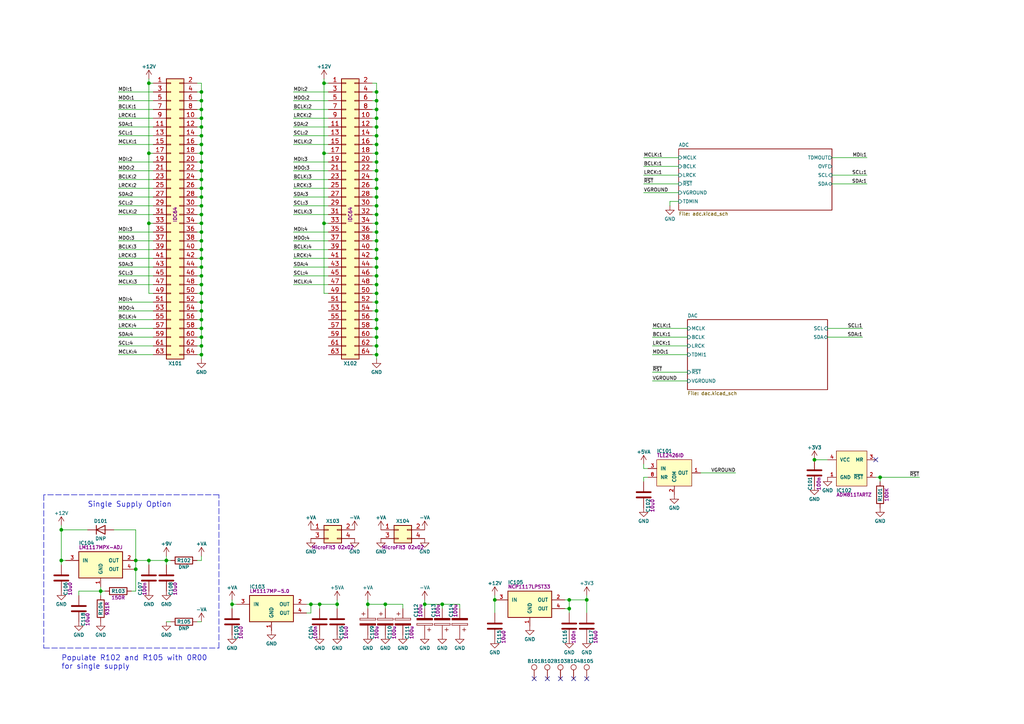
<source format=kicad_sch>
(kicad_sch (version 20211123) (generator eeschema)
  (paper "A4")
  (title_block (title "AnalogIO-x8") (date "29.4.2017") (rev "1.0.0") (company "auverdion"))
  (junction (at 90.17 175.26))
  (junction (at 109.22 92.71))
  (junction (at 43.18 64.77))
  (junction (at 58.42 49.53))
  (junction (at 58.42 102.87))
  (junction (at 109.22 69.85))
  (junction (at 109.22 100.33))
  (junction (at 58.42 44.45))
  (junction (at 39.37 165.1))
  (junction (at 109.22 31.75))
  (junction (at 58.42 62.23))
  (junction (at 123.19 175.26))
  (junction (at 92.71 175.26))
  (junction (at 109.22 67.31))
  (junction (at 29.21 171.45))
  (junction (at 58.42 67.31))
  (junction (at 58.42 52.07))
  (junction (at 93.98 44.45))
  (junction (at 109.22 57.15))
  (junction (at 109.22 102.87))
  (junction (at 58.42 100.33))
  (junction (at 58.42 59.69))
  (junction (at 109.22 41.91))
  (junction (at 58.42 69.85))
  (junction (at 255.27 138.43))
  (junction (at 109.22 39.37))
  (junction (at 58.42 26.67))
  (junction (at 109.22 80.01))
  (junction (at 58.42 90.17))
  (junction (at 109.22 85.09))
  (junction (at 165.1 176.53))
  (junction (at 58.42 95.25))
  (junction (at 106.68 175.26))
  (junction (at 43.18 24.13))
  (junction (at 58.42 72.39))
  (junction (at 109.22 46.99))
  (junction (at 58.42 36.83))
  (junction (at 67.31 175.26))
  (junction (at 109.22 29.21))
  (junction (at 58.42 29.21))
  (junction (at 58.42 97.79))
  (junction (at 109.22 49.53))
  (junction (at 109.22 44.45))
  (junction (at 109.22 82.55))
  (junction (at 109.22 97.79))
  (junction (at 58.42 80.01))
  (junction (at 58.42 85.09))
  (junction (at 93.98 64.77))
  (junction (at 109.22 34.29))
  (junction (at 39.37 162.56))
  (junction (at 58.42 77.47))
  (junction (at 109.22 90.17))
  (junction (at 58.42 87.63))
  (junction (at 48.26 162.56))
  (junction (at 58.42 64.77))
  (junction (at 109.22 72.39))
  (junction (at 58.42 57.15))
  (junction (at 109.22 64.77))
  (junction (at 17.78 153.67))
  (junction (at 58.42 31.75))
  (junction (at 128.27 175.26))
  (junction (at 109.22 54.61))
  (junction (at 109.22 52.07))
  (junction (at 58.42 82.55))
  (junction (at 143.51 173.99))
  (junction (at 109.22 87.63))
  (junction (at 236.22 133.35))
  (junction (at 109.22 62.23))
  (junction (at 58.42 34.29))
  (junction (at 58.42 39.37))
  (junction (at 170.18 173.99))
  (junction (at 165.1 173.99))
  (junction (at 58.42 92.71))
  (junction (at 97.79 175.26))
  (junction (at 43.18 162.56))
  (junction (at 58.42 54.61))
  (junction (at 109.22 36.83))
  (junction (at 109.22 95.25))
  (junction (at 109.22 26.67))
  (junction (at 58.42 46.99))
  (junction (at 17.78 162.56))
  (junction (at 93.98 24.13))
  (junction (at 58.42 74.93))
  (junction (at 109.22 59.69))
  (junction (at 109.22 74.93))
  (junction (at 58.42 41.91))
  (junction (at 43.18 44.45))
  (junction (at 111.76 175.26))
  (junction (at 109.22 77.47))
  (no_connect (at 154.94 196.85))
  (no_connect (at 166.37 196.85))
  (no_connect (at 254 133.35))
  (no_connect (at 158.75 196.85))
  (no_connect (at 162.56 196.85))
  (no_connect (at 170.18 196.85))
  (wire (pts (xy 57.15 24.13) (xy 58.42 24.13)))
  (wire (pts (xy 109.22 41.91) (xy 109.22 44.45)))
  (wire (pts (xy 109.22 97.79) (xy 109.22 100.33)))
  (wire (pts (xy 255.27 138.43) (xy 266.7 138.43)))
  (wire (pts (xy 95.25 74.93) (xy 85.09 74.93)))
  (wire (pts (xy 57.15 82.55) (xy 58.42 82.55)))
  (wire (pts (xy 58.42 74.93) (xy 58.42 77.47)))
  (wire (pts (xy 109.22 41.91) (xy 107.95 41.91)))
  (wire (pts (xy 199.39 97.79) (xy 189.23 97.79)))
  (wire (pts (xy 57.15 67.31) (xy 58.42 67.31)))
  (wire (pts (xy 29.21 171.45) (xy 30.48 171.45)))
  (wire (pts (xy 107.95 90.17) (xy 109.22 90.17)))
  (wire (pts (xy 44.45 31.75) (xy 34.29 31.75)))
  (wire (pts (xy 109.22 100.33) (xy 109.22 102.87)))
  (wire (pts (xy 58.42 44.45) (xy 58.42 46.99)))
  (wire (pts (xy 58.42 49.53) (xy 57.15 49.53)))
  (wire (pts (xy 58.42 92.71) (xy 58.42 95.25)))
  (wire (pts (xy 58.42 49.53) (xy 58.42 52.07)))
  (wire (pts (xy 58.42 62.23) (xy 58.42 64.77)))
  (wire (pts (xy 44.45 59.69) (xy 34.29 59.69)))
  (wire (pts (xy 109.22 34.29) (xy 109.22 36.83)))
  (wire (pts (xy 109.22 36.83) (xy 107.95 36.83)))
  (wire (pts (xy 109.22 59.69) (xy 109.22 62.23)))
  (wire (pts (xy 95.25 34.29) (xy 85.09 34.29)))
  (wire (pts (xy 109.22 49.53) (xy 109.22 52.07)))
  (wire (pts (xy 43.18 64.77) (xy 43.18 85.09)))
  (wire (pts (xy 95.25 49.53) (xy 85.09 49.53)))
  (wire (pts (xy 199.39 110.49) (xy 189.23 110.49)))
  (wire (pts (xy 111.76 175.26) (xy 111.76 176.53)))
  (wire (pts (xy 196.85 50.8) (xy 186.69 50.8)))
  (wire (pts (xy 107.95 67.31) (xy 109.22 67.31)))
  (wire (pts (xy 199.39 107.95) (xy 189.23 107.95)))
  (wire (pts (xy 58.42 77.47) (xy 58.42 80.01)))
  (wire (pts (xy 95.25 36.83) (xy 85.09 36.83)))
  (wire (pts (xy 187.96 138.43) (xy 186.69 138.43)))
  (wire (pts (xy 116.84 175.26) (xy 116.84 176.53)))
  (wire (pts (xy 199.39 95.25) (xy 189.23 95.25)))
  (wire (pts (xy 44.45 49.53) (xy 34.29 49.53)))
  (wire (pts (xy 39.37 153.67) (xy 39.37 162.56)))
  (wire (pts (xy 44.45 57.15) (xy 34.29 57.15)))
  (wire (pts (xy 106.68 173.99) (xy 106.68 175.26)))
  (wire (pts (xy 58.42 102.87) (xy 58.42 104.14)))
  (wire (pts (xy 57.15 80.01) (xy 58.42 80.01)))
  (wire (pts (xy 58.42 52.07) (xy 58.42 54.61)))
  (wire (pts (xy 34.29 36.83) (xy 44.45 36.83)))
  (wire (pts (xy 48.26 180.34) (xy 49.53 180.34)))
  (wire (pts (xy 17.78 162.56) (xy 17.78 163.83)))
  (wire (pts (xy 57.15 180.34) (xy 58.42 180.34)))
  (wire (pts (xy 57.15 74.93) (xy 58.42 74.93)))
  (wire (pts (xy 241.3 53.34) (xy 251.46 53.34)))
  (wire (pts (xy 109.22 95.25) (xy 109.22 97.79)))
  (wire (pts (xy 57.15 69.85) (xy 58.42 69.85)))
  (wire (pts (xy 196.85 48.26) (xy 186.69 48.26)))
  (wire (pts (xy 44.45 92.71) (xy 34.29 92.71)))
  (wire (pts (xy 67.31 173.99) (xy 67.31 175.26)))
  (wire (pts (xy 109.22 57.15) (xy 109.22 59.69)))
  (wire (pts (xy 186.69 138.43) (xy 186.69 139.7)))
  (wire (pts (xy 44.45 69.85) (xy 34.29 69.85)))
  (wire (pts (xy 58.42 85.09) (xy 58.42 87.63)))
  (wire (pts (xy 43.18 44.45) (xy 43.18 64.77)))
  (wire (pts (xy 240.03 95.25) (xy 250.19 95.25)))
  (wire (pts (xy 107.95 80.01) (xy 109.22 80.01)))
  (wire (pts (xy 109.22 46.99) (xy 109.22 49.53)))
  (wire (pts (xy 43.18 44.45) (xy 44.45 44.45)))
  (wire (pts (xy 95.25 54.61) (xy 85.09 54.61)))
  (wire (pts (xy 95.25 72.39) (xy 85.09 72.39)))
  (wire (pts (xy 58.42 26.67) (xy 58.42 29.21)))
  (wire (pts (xy 57.15 72.39) (xy 58.42 72.39)))
  (wire (pts (xy 123.19 175.26) (xy 123.19 176.53)))
  (wire (pts (xy 58.42 29.21) (xy 57.15 29.21)))
  (wire (pts (xy 58.42 31.75) (xy 57.15 31.75)))
  (wire (pts (xy 58.42 82.55) (xy 58.42 85.09)))
  (wire (pts (xy 58.42 57.15) (xy 58.42 59.69)))
  (wire (pts (xy 254 138.43) (xy 255.27 138.43)))
  (wire (pts (xy 57.15 95.25) (xy 58.42 95.25)))
  (wire (pts (xy 109.22 62.23) (xy 109.22 64.77)))
  (wire (pts (xy 109.22 82.55) (xy 109.22 85.09)))
  (wire (pts (xy 95.25 24.13) (xy 93.98 24.13)))
  (wire (pts (xy 58.42 34.29) (xy 57.15 34.29)))
  (wire (pts (xy 109.22 54.61) (xy 107.95 54.61)))
  (wire (pts (xy 123.19 173.99) (xy 123.19 175.26)))
  (wire (pts (xy 29.21 171.45) (xy 29.21 172.72)))
  (wire (pts (xy 109.22 64.77) (xy 109.22 67.31)))
  (wire (pts (xy 109.22 52.07) (xy 107.95 52.07)))
  (wire (pts (xy 44.45 82.55) (xy 34.29 82.55)))
  (wire (pts (xy 68.58 175.26) (xy 67.31 175.26)))
  (wire (pts (xy 128.27 175.26) (xy 133.35 175.26)))
  (wire (pts (xy 57.15 87.63) (xy 58.42 87.63)))
  (wire (pts (xy 58.42 52.07) (xy 57.15 52.07)))
  (wire (pts (xy 58.42 39.37) (xy 57.15 39.37)))
  (wire (pts (xy 107.95 77.47) (xy 109.22 77.47)))
  (wire (pts (xy 44.45 74.93) (xy 34.29 74.93)))
  (wire (pts (xy 109.22 26.67) (xy 109.22 29.21)))
  (polyline (pts (xy 63.5 187.96) (xy 63.5 143.51)))
  (wire (pts (xy 196.85 53.34) (xy 186.69 53.34)))
  (wire (pts (xy 58.42 64.77) (xy 57.15 64.77)))
  (wire (pts (xy 58.42 31.75) (xy 58.42 34.29)))
  (wire (pts (xy 58.42 80.01) (xy 58.42 82.55)))
  (wire (pts (xy 58.42 64.77) (xy 58.42 67.31)))
  (wire (pts (xy 58.42 87.63) (xy 58.42 90.17)))
  (wire (pts (xy 107.95 24.13) (xy 109.22 24.13)))
  (wire (pts (xy 57.15 97.79) (xy 58.42 97.79)))
  (wire (pts (xy 196.85 45.72) (xy 186.69 45.72)))
  (wire (pts (xy 44.45 24.13) (xy 43.18 24.13)))
  (wire (pts (xy 107.95 72.39) (xy 109.22 72.39)))
  (wire (pts (xy 58.42 54.61) (xy 57.15 54.61)))
  (wire (pts (xy 95.25 59.69) (xy 85.09 59.69)))
  (wire (pts (xy 109.22 44.45) (xy 109.22 46.99)))
  (wire (pts (xy 44.45 67.31) (xy 34.29 67.31)))
  (wire (pts (xy 58.42 41.91) (xy 57.15 41.91)))
  (wire (pts (xy 109.22 64.77) (xy 107.95 64.77)))
  (wire (pts (xy 95.25 67.31) (xy 85.09 67.31)))
  (wire (pts (xy 57.15 77.47) (xy 58.42 77.47)))
  (wire (pts (xy 58.42 95.25) (xy 58.42 97.79)))
  (wire (pts (xy 128.27 175.26) (xy 128.27 176.53)))
  (wire (pts (xy 34.29 39.37) (xy 44.45 39.37)))
  (wire (pts (xy 107.95 26.67) (xy 109.22 26.67)))
  (wire (pts (xy 58.42 41.91) (xy 58.42 44.45)))
  (wire (pts (xy 44.45 90.17) (xy 34.29 90.17)))
  (wire (pts (xy 58.42 59.69) (xy 57.15 59.69)))
  (wire (pts (xy 107.95 95.25) (xy 109.22 95.25)))
  (wire (pts (xy 44.45 102.87) (xy 34.29 102.87)))
  (wire (pts (xy 44.45 97.79) (xy 34.29 97.79)))
  (wire (pts (xy 107.95 82.55) (xy 109.22 82.55)))
  (wire (pts (xy 109.22 49.53) (xy 107.95 49.53)))
  (wire (pts (xy 17.78 153.67) (xy 17.78 162.56)))
  (wire (pts (xy 88.9 177.8) (xy 90.17 177.8)))
  (wire (pts (xy 44.45 46.99) (xy 34.29 46.99)))
  (wire (pts (xy 43.18 22.86) (xy 43.18 24.13)))
  (wire (pts (xy 44.45 26.67) (xy 34.29 26.67)))
  (wire (pts (xy 44.45 54.61) (xy 34.29 54.61)))
  (polyline (pts (xy 12.7 187.96) (xy 63.5 187.96)))
  (wire (pts (xy 186.69 135.89) (xy 186.69 134.62)))
  (wire (pts (xy 22.86 171.45) (xy 29.21 171.45)))
  (wire (pts (xy 58.42 36.83) (xy 57.15 36.83)))
  (wire (pts (xy 58.42 100.33) (xy 58.42 102.87)))
  (wire (pts (xy 58.42 24.13) (xy 58.42 26.67)))
  (wire (pts (xy 163.83 173.99) (xy 165.1 173.99)))
  (wire (pts (xy 107.95 100.33) (xy 109.22 100.33)))
  (wire (pts (xy 165.1 173.99) (xy 165.1 176.53)))
  (wire (pts (xy 240.03 133.35) (xy 236.22 133.35)))
  (wire (pts (xy 170.18 172.72) (xy 170.18 173.99)))
  (wire (pts (xy 67.31 175.26) (xy 67.31 176.53)))
  (wire (pts (xy 111.76 175.26) (xy 116.84 175.26)))
  (wire (pts (xy 44.45 87.63) (xy 34.29 87.63)))
  (wire (pts (xy 58.42 59.69) (xy 58.42 62.23)))
  (wire (pts (xy 57.15 162.56) (xy 58.42 162.56)))
  (wire (pts (xy 17.78 152.4) (xy 17.78 153.67)))
  (wire (pts (xy 109.22 52.07) (xy 109.22 54.61)))
  (wire (pts (xy 58.42 46.99) (xy 57.15 46.99)))
  (wire (pts (xy 58.42 162.56) (xy 58.42 161.29)))
  (wire (pts (xy 58.42 57.15) (xy 57.15 57.15)))
  (wire (pts (xy 44.45 52.07) (xy 34.29 52.07)))
  (wire (pts (xy 170.18 173.99) (xy 170.18 177.8)))
  (wire (pts (xy 196.85 55.88) (xy 186.69 55.88)))
  (wire (pts (xy 196.85 58.42) (xy 194.31 58.42)))
  (wire (pts (xy 90.17 177.8) (xy 90.17 175.26)))
  (wire (pts (xy 241.3 50.8) (xy 251.46 50.8)))
  (wire (pts (xy 58.42 67.31) (xy 58.42 69.85)))
  (wire (pts (xy 58.42 54.61) (xy 58.42 57.15)))
  (wire (pts (xy 43.18 24.13) (xy 43.18 44.45)))
  (wire (pts (xy 33.02 153.67) (xy 39.37 153.67)))
  (wire (pts (xy 39.37 171.45) (xy 38.1 171.45)))
  (wire (pts (xy 48.26 161.29) (xy 48.26 162.56)))
  (wire (pts (xy 109.22 29.21) (xy 109.22 31.75)))
  (wire (pts (xy 93.98 44.45) (xy 93.98 64.77)))
  (wire (pts (xy 109.22 44.45) (xy 107.95 44.45)))
  (wire (pts (xy 44.45 95.25) (xy 34.29 95.25)))
  (wire (pts (xy 93.98 64.77) (xy 95.25 64.77)))
  (wire (pts (xy 93.98 64.77) (xy 93.98 85.09)))
  (wire (pts (xy 34.29 41.91) (xy 44.45 41.91)))
  (wire (pts (xy 107.95 102.87) (xy 109.22 102.87)))
  (wire (pts (xy 97.79 173.99) (xy 97.79 175.26)))
  (wire (pts (xy 106.68 175.26) (xy 111.76 175.26)))
  (wire (pts (xy 241.3 45.72) (xy 251.46 45.72)))
  (wire (pts (xy 58.42 39.37) (xy 58.42 41.91)))
  (wire (pts (xy 109.22 77.47) (xy 109.22 80.01)))
  (wire (pts (xy 90.17 175.26) (xy 92.71 175.26)))
  (wire (pts (xy 109.22 29.21) (xy 107.95 29.21)))
  (wire (pts (xy 109.22 62.23) (xy 107.95 62.23)))
  (wire (pts (xy 123.19 175.26) (xy 128.27 175.26)))
  (wire (pts (xy 95.25 62.23) (xy 85.09 62.23)))
  (wire (pts (xy 57.15 26.67) (xy 58.42 26.67)))
  (wire (pts (xy 95.25 57.15) (xy 85.09 57.15)))
  (wire (pts (xy 109.22 46.99) (xy 107.95 46.99)))
  (wire (pts (xy 107.95 97.79) (xy 109.22 97.79)))
  (wire (pts (xy 143.51 173.99) (xy 143.51 177.8)))
  (wire (pts (xy 93.98 85.09) (xy 95.25 85.09)))
  (wire (pts (xy 109.22 80.01) (xy 109.22 82.55)))
  (wire (pts (xy 199.39 102.87) (xy 189.23 102.87)))
  (wire (pts (xy 58.42 36.83) (xy 58.42 39.37)))
  (wire (pts (xy 194.31 58.42) (xy 194.31 59.69)))
  (wire (pts (xy 199.39 100.33) (xy 189.23 100.33)))
  (wire (pts (xy 57.15 92.71) (xy 58.42 92.71)))
  (wire (pts (xy 165.1 173.99) (xy 170.18 173.99)))
  (wire (pts (xy 109.22 85.09) (xy 109.22 87.63)))
  (wire (pts (xy 109.22 90.17) (xy 109.22 92.71)))
  (wire (pts (xy 39.37 162.56) (xy 39.37 165.1)))
  (wire (pts (xy 57.15 100.33) (xy 58.42 100.33)))
  (wire (pts (xy 92.71 175.26) (xy 97.79 175.26)))
  (wire (pts (xy 58.42 29.21) (xy 58.42 31.75)))
  (wire (pts (xy 43.18 162.56) (xy 48.26 162.56)))
  (wire (pts (xy 95.25 77.47) (xy 85.09 77.47)))
  (polyline (pts (xy 63.5 143.51) (xy 12.7 143.51)))
  (wire (pts (xy 44.45 62.23) (xy 34.29 62.23)))
  (wire (pts (xy 44.45 77.47) (xy 34.29 77.47)))
  (wire (pts (xy 58.42 62.23) (xy 57.15 62.23)))
  (wire (pts (xy 109.22 59.69) (xy 107.95 59.69)))
  (wire (pts (xy 29.21 170.18) (xy 29.21 171.45)))
  (wire (pts (xy 109.22 57.15) (xy 107.95 57.15)))
  (wire (pts (xy 107.95 69.85) (xy 109.22 69.85)))
  (wire (pts (xy 58.42 72.39) (xy 58.42 74.93)))
  (wire (pts (xy 58.42 44.45) (xy 57.15 44.45)))
  (wire (pts (xy 95.25 69.85) (xy 85.09 69.85)))
  (wire (pts (xy 22.86 171.45) (xy 22.86 172.72)))
  (wire (pts (xy 25.4 153.67) (xy 17.78 153.67)))
  (wire (pts (xy 43.18 162.56) (xy 43.18 163.83)))
  (wire (pts (xy 44.45 80.01) (xy 34.29 80.01)))
  (wire (pts (xy 95.25 46.99) (xy 85.09 46.99)))
  (wire (pts (xy 107.95 87.63) (xy 109.22 87.63)))
  (wire (pts (xy 109.22 67.31) (xy 109.22 69.85)))
  (wire (pts (xy 109.22 92.71) (xy 109.22 95.25)))
  (wire (pts (xy 203.2 137.16) (xy 213.36 137.16)))
  (wire (pts (xy 88.9 175.26) (xy 90.17 175.26)))
  (wire (pts (xy 19.05 162.56) (xy 17.78 162.56)))
  (wire (pts (xy 95.25 29.21) (xy 85.09 29.21)))
  (wire (pts (xy 109.22 39.37) (xy 107.95 39.37)))
  (wire (pts (xy 39.37 162.56) (xy 43.18 162.56)))
  (wire (pts (xy 106.68 175.26) (xy 106.68 176.53)))
  (wire (pts (xy 109.22 87.63) (xy 109.22 90.17)))
  (wire (pts (xy 109.22 69.85) (xy 109.22 72.39)))
  (wire (pts (xy 57.15 90.17) (xy 58.42 90.17)))
  (wire (pts (xy 109.22 31.75) (xy 107.95 31.75)))
  (wire (pts (xy 95.25 39.37) (xy 85.09 39.37)))
  (wire (pts (xy 109.22 72.39) (xy 109.22 74.93)))
  (wire (pts (xy 95.25 31.75) (xy 85.09 31.75)))
  (wire (pts (xy 95.25 26.67) (xy 85.09 26.67)))
  (wire (pts (xy 93.98 24.13) (xy 93.98 44.45)))
  (wire (pts (xy 44.45 29.21) (xy 34.29 29.21)))
  (wire (pts (xy 165.1 176.53) (xy 165.1 177.8)))
  (wire (pts (xy 43.18 64.77) (xy 44.45 64.77)))
  (wire (pts (xy 43.18 85.09) (xy 44.45 85.09)))
  (wire (pts (xy 109.22 54.61) (xy 109.22 57.15)))
  (wire (pts (xy 95.25 52.07) (xy 85.09 52.07)))
  (wire (pts (xy 143.51 172.72) (xy 143.51 173.99)))
  (wire (pts (xy 109.22 36.83) (xy 109.22 39.37)))
  (wire (pts (xy 109.22 102.87) (xy 109.22 104.14)))
  (wire (pts (xy 255.27 138.43) (xy 255.27 139.7)))
  (wire (pts (xy 187.96 135.89) (xy 186.69 135.89)))
  (wire (pts (xy 93.98 22.86) (xy 93.98 24.13)))
  (wire (pts (xy 97.79 175.26) (xy 97.79 176.53)))
  (wire (pts (xy 58.42 69.85) (xy 58.42 72.39)))
  (wire (pts (xy 95.25 41.91) (xy 85.09 41.91)))
  (wire (pts (xy 109.22 31.75) (xy 109.22 34.29)))
  (wire (pts (xy 48.26 162.56) (xy 49.53 162.56)))
  (wire (pts (xy 58.42 34.29) (xy 58.42 36.83)))
  (wire (pts (xy 109.22 24.13) (xy 109.22 26.67)))
  (wire (pts (xy 107.95 74.93) (xy 109.22 74.93)))
  (wire (pts (xy 107.95 92.71) (xy 109.22 92.71)))
  (polyline (pts (xy 12.7 143.51) (xy 12.7 187.96)))
  (wire (pts (xy 163.83 176.53) (xy 165.1 176.53)))
  (wire (pts (xy 58.42 46.99) (xy 58.42 49.53)))
  (wire (pts (xy 92.71 175.26) (xy 92.71 176.53)))
  (wire (pts (xy 133.35 175.26) (xy 133.35 176.53)))
  (wire (pts (xy 95.25 80.01) (xy 85.09 80.01)))
  (wire (pts (xy 107.95 85.09) (xy 109.22 85.09)))
  (wire (pts (xy 58.42 90.17) (xy 58.42 92.71)))
  (wire (pts (xy 39.37 165.1) (xy 39.37 171.45)))
  (wire (pts (xy 240.03 97.79) (xy 250.19 97.79)))
  (wire (pts (xy 109.22 34.29) (xy 107.95 34.29)))
  (wire (pts (xy 93.98 44.45) (xy 95.25 44.45)))
  (wire (pts (xy 44.45 100.33) (xy 34.29 100.33)))
  (wire (pts (xy 109.22 39.37) (xy 109.22 41.91)))
  (wire (pts (xy 57.15 85.09) (xy 58.42 85.09)))
  (wire (pts (xy 109.22 74.93) (xy 109.22 77.47)))
  (wire (pts (xy 95.25 82.55) (xy 85.09 82.55)))
  (wire (pts (xy 44.45 34.29) (xy 34.29 34.29)))
  (wire (pts (xy 44.45 72.39) (xy 34.29 72.39)))
  (wire (pts (xy 58.42 97.79) (xy 58.42 100.33)))
  (wire (pts (xy 57.15 102.87) (xy 58.42 102.87)))
  (wire (pts (xy 48.26 162.56) (xy 48.26 163.83)))
  (text "Single Supply Option" (at 25.4 147.32 0) (effects (font (size 1.524 1.524)) (justify left bottom)))
  (text "Populate R102 and R105 with 0R00 \nfor single supply" (at 17.78 194.31 0) (effects (font (size 1.524 1.524)) (justify left bottom)))
  (label "~{RST}" (at 189.23 107.95 0) (effects (font (size 0.9906 0.9906))))
  (label "SCL:1" (at 250.19 95.25 180) (effects (font (size 0.9906 0.9906))))
  (label "MDI:2" (at 34.29 46.99 0) (effects (font (size 0.9906 0.9906))))
  (label "~{RST}" (at 266.7 138.43 180) (effects (font (size 0.9906 0.9906))))
  (label "MDI:3" (at 85.09 46.99 0) (effects (font (size 0.9906 0.9906))))
  (label "MDI:4" (at 34.29 87.63 0) (effects (font (size 0.9906 0.9906))))
  (label "BCLK:1" (at 186.69 48.26 0) (effects (font (size 0.9906 0.9906))))
  (label "MCLK:2" (at 85.09 41.91 0) (effects (font (size 0.9906 0.9906))))
  (label "LRCK:1" (at 34.29 34.29 0) (effects (font (size 0.9906 0.9906))))
  (label "VGROUND" (at 213.36 137.16 180) (effects (font (size 0.9906 0.9906))))
  (label "MCLK:1" (at 189.23 95.25 0) (effects (font (size 0.9906 0.9906))))
  (label "SCL:3" (at 85.09 59.69 0) (effects (font (size 0.9906 0.9906))))
  (label "LRCK:3" (at 85.09 54.61 0) (effects (font (size 0.9906 0.9906))))
  (label "MCLK:4" (at 34.29 102.87 0) (effects (font (size 0.9906 0.9906))))
  (label "LRCK:1" (at 186.69 50.8 0) (effects (font (size 0.9906 0.9906))))
  (label "BCLK:4" (at 85.09 72.39 0) (effects (font (size 0.9906 0.9906))))
  (label "BCLK:1" (at 34.29 31.75 0) (effects (font (size 0.9906 0.9906))))
  (label "BCLK:4" (at 34.29 92.71 0) (effects (font (size 0.9906 0.9906))))
  (label "VGROUND" (at 186.69 55.88 0) (effects (font (size 0.9906 0.9906))))
  (label "SDA:4" (at 34.29 97.79 0) (effects (font (size 0.9906 0.9906))))
  (label "MDO:3" (at 34.29 69.85 0) (effects (font (size 0.9906 0.9906))))
  (label "MDO:1" (at 34.29 29.21 0) (effects (font (size 0.9906 0.9906))))
  (label "BCLK:2" (at 85.09 31.75 0) (effects (font (size 0.9906 0.9906))))
  (label "SCL:4" (at 34.29 100.33 0) (effects (font (size 0.9906 0.9906))))
  (label "LRCK:3" (at 34.29 74.93 0) (effects (font (size 0.9906 0.9906))))
  (label "MDI:4" (at 85.09 67.31 0) (effects (font (size 0.9906 0.9906))))
  (label "BCLK:2" (at 34.29 52.07 0) (effects (font (size 0.9906 0.9906))))
  (label "~{RST}" (at 186.69 53.34 0) (effects (font (size 0.9906 0.9906))))
  (label "SCL:1" (at 34.29 39.37 0) (effects (font (size 0.9906 0.9906))))
  (label "LRCK:2" (at 34.29 54.61 0) (effects (font (size 0.9906 0.9906))))
  (label "LRCK:4" (at 85.09 74.93 0) (effects (font (size 0.9906 0.9906))))
  (label "SCL:3" (at 34.29 80.01 0) (effects (font (size 0.9906 0.9906))))
  (label "MDI:3" (at 34.29 67.31 0) (effects (font (size 0.9906 0.9906))))
  (label "MDO:2" (at 34.29 49.53 0) (effects (font (size 0.9906 0.9906))))
  (label "MDI:1" (at 34.29 26.67 0) (effects (font (size 0.9906 0.9906))))
  (label "BCLK:1" (at 189.23 97.79 0) (effects (font (size 0.9906 0.9906))))
  (label "SDA:1" (at 251.46 53.34 180) (effects (font (size 0.9906 0.9906))))
  (label "SCL:1" (at 251.46 50.8 180) (effects (font (size 0.9906 0.9906))))
  (label "MDO:1" (at 189.23 102.87 0) (effects (font (size 0.9906 0.9906))))
  (label "LRCK:4" (at 34.29 95.25 0) (effects (font (size 0.9906 0.9906))))
  (label "MDO:2" (at 85.09 29.21 0) (effects (font (size 0.9906 0.9906))))
  (label "SDA:2" (at 85.09 36.83 0) (effects (font (size 0.9906 0.9906))))
  (label "VGROUND" (at 189.23 110.49 0) (effects (font (size 0.9906 0.9906))))
  (label "MDI:2" (at 85.09 26.67 0) (effects (font (size 0.9906 0.9906))))
  (label "SDA:1" (at 250.19 97.79 180) (effects (font (size 0.9906 0.9906))))
  (label "SDA:3" (at 85.09 57.15 0) (effects (font (size 0.9906 0.9906))))
  (label "SDA:2" (at 34.29 57.15 0) (effects (font (size 0.9906 0.9906))))
  (label "SCL:4" (at 85.09 80.01 0) (effects (font (size 0.9906 0.9906))))
  (label "SCL:2" (at 85.09 39.37 0) (effects (font (size 0.9906 0.9906))))
  (label "MDI:1" (at 251.46 45.72 180) (effects (font (size 0.9906 0.9906))))
  (label "LRCK:1" (at 189.23 100.33 0) (effects (font (size 0.9906 0.9906))))
  (label "MCLK:1" (at 34.29 41.91 0) (effects (font (size 0.9906 0.9906))))
  (label "SDA:4" (at 85.09 77.47 0) (effects (font (size 0.9906 0.9906))))
  (label "BCLK:3" (at 85.09 52.07 0) (effects (font (size 0.9906 0.9906))))
  (label "LRCK:2" (at 85.09 34.29 0) (effects (font (size 0.9906 0.9906))))
  (label "MCLK:1" (at 186.69 45.72 0) (effects (font (size 0.9906 0.9906))))
  (label "MCLK:2" (at 34.29 62.23 0) (effects (font (size 0.9906 0.9906))))
  (label "SDA:1" (at 34.29 36.83 0) (effects (font (size 0.9906 0.9906))))
  (label "MDO:3" (at 85.09 49.53 0) (effects (font (size 0.9906 0.9906))))
  (label "MCLK:3" (at 85.09 62.23 0) (effects (font (size 0.9906 0.9906))))
  (label "MDO:4" (at 34.29 90.17 0) (effects (font (size 0.9906 0.9906))))
  (label "BCLK:3" (at 34.29 72.39 0) (effects (font (size 0.9906 0.9906))))
  (label "MDO:4" (at 85.09 69.85 0) (effects (font (size 0.9906 0.9906))))
  (label "MCLK:4" (at 85.09 82.55 0) (effects (font (size 0.9906 0.9906))))
  (label "SCL:2" (at 34.29 59.69 0) (effects (font (size 0.9906 0.9906))))
  (label "MCLK:3" (at 34.29 82.55 0) (effects (font (size 0.9906 0.9906))))
  (label "SDA:3" (at 34.29 77.47 0) (effects (font (size 0.9906 0.9906))))
  (symbol (lib_id "Connector:TestPoint") (at 154.94 196.85 0) (unit 1)
    (property "Reference" "B101" (at 154.94 191.77 0) (effects (font (size 0.9906 0.9906))))
    (property "Value" "TEST_1P" (effects hide))
    (property "Footprint" "AnalogIO-x8:MountingHole_3.2mm_M3_DIN965_Pad" (effects hide))
  )
  (symbol (lib_id "Connector:TestPoint") (at 158.75 196.85 0) (unit 1)
    (property "Reference" "B102" (at 158.75 191.77 0) (effects (font (size 0.9906 0.9906))))
    (property "Value" "TEST_1P" (effects hide))
    (property "Footprint" "AnalogIO-x8:MountingHole_3.2mm_M3_DIN965_Pad" (effects hide))
  )
  (symbol (lib_id "Connector:TestPoint") (at 162.56 196.85 0) (unit 1)
    (property "Reference" "B103" (at 162.56 191.77 0) (effects (font (size 0.9906 0.9906))))
    (property "Value" "TEST_1P" (effects hide))
    (property "Footprint" "AnalogIO-x8:MountingHole_3.2mm_M3_DIN965_Pad" (effects hide))
  )
  (symbol (lib_id "Connector:TestPoint") (at 166.37 196.85 0) (unit 1)
    (property "Reference" "B104" (at 166.37 191.77 0) (effects (font (size 0.9906 0.9906))))
    (property "Value" "TEST_1P" (effects hide))
    (property "Footprint" "AnalogIO-x8:MountingHole_3.2mm_M3_DIN965_Pad" (effects hide))
  )
  (symbol (lib_id "power:+3V3") (at 170.18 172.72 0) (unit 1)
    (property "Reference" "#PWR01" (effects hide))
    (property "Value" "+3V3" (at 170.18 169.164 0) (effects (font (size 0.9906 0.9906))))
  )
  (symbol (lib_id "power:GND") (at 170.18 185.42 0) (unit 1)
    (property "Reference" "#PWR02" (effects hide))
    (property "Value" "GND" (at 170.18 189.23 0) (effects (font (size 0.9906 0.9906))))
  )
  (symbol (lib_id "power:GND") (at 165.1 185.42 0) (unit 1)
    (property "Reference" "#PWR03" (effects hide))
    (property "Value" "GND" (at 165.1 189.23 0) (effects (font (size 0.9906 0.9906))))
  )
  (symbol (lib_id "power:GND") (at 153.67 181.61 0) (unit 1)
    (property "Reference" "#PWR04" (effects hide))
    (property "Value" "GND" (at 153.67 185.42 0) (effects (font (size 0.9906 0.9906))))
  )
  (symbol (lib_id "power:GND") (at 48.26 171.45 0) (unit 1)
    (property "Reference" "#PWR05" (effects hide))
    (property "Value" "GND" (at 48.26 175.26 0) (effects (font (size 0.9906 0.9906))))
  )
  (symbol (lib_id "power:GND") (at 43.18 171.45 0) (unit 1)
    (property "Reference" "#PWR06" (effects hide))
    (property "Value" "GND" (at 43.18 175.26 0) (effects (font (size 0.9906 0.9906))))
  )
  (symbol (lib_id "power:GND") (at 17.78 171.45 0) (unit 1)
    (property "Reference" "#PWR07" (effects hide))
    (property "Value" "GND" (at 17.78 175.26 0) (effects (font (size 0.9906 0.9906))))
  )
  (symbol (lib_id "power:+12V") (at 17.78 152.4 0) (unit 1)
    (property "Reference" "#PWR08" (effects hide))
    (property "Value" "+12V" (at 17.78 148.844 0) (effects (font (size 0.9906 0.9906))))
  )
  (symbol (lib_id "power:GND") (at 255.27 147.32 0) (unit 1)
    (property "Reference" "#PWR09" (effects hide))
    (property "Value" "GND" (at 255.27 151.13 0) (effects (font (size 0.9906 0.9906))))
  )
  (symbol (lib_id "power:+3V3") (at 236.22 133.35 0) (unit 1)
    (property "Reference" "#PWR010" (effects hide))
    (property "Value" "+3V3" (at 236.22 129.794 0) (effects (font (size 0.9906 0.9906))))
  )
  (symbol (lib_id "power:GND") (at 236.22 140.97 0) (unit 1)
    (property "Reference" "#PWR011" (effects hide))
    (property "Value" "GND" (at 236.22 144.78 0) (effects (font (size 0.9906 0.9906))))
  )
  (symbol (lib_id "power:GND") (at 240.03 138.43 0) (unit 1)
    (property "Reference" "#PWR012" (effects hide))
    (property "Value" "GND" (at 240.03 142.24 0) (effects (font (size 0.9906 0.9906))))
  )
  (symbol (lib_id "power:+12V") (at 143.51 172.72 0) (unit 1)
    (property "Reference" "#PWR013" (effects hide))
    (property "Value" "+12V" (at 143.51 169.164 0) (effects (font (size 0.9906 0.9906))))
  )
  (symbol (lib_id "power:GND") (at 143.51 185.42 0) (unit 1)
    (property "Reference" "#PWR014" (effects hide))
    (property "Value" "GND" (at 143.51 189.23 0) (effects (font (size 0.9906 0.9906))))
  )
  (symbol (lib_id "power:GND") (at 195.58 143.51 0) (unit 1)
    (property "Reference" "#PWR015" (effects hide))
    (property "Value" "GND" (at 195.58 147.32 0) (effects (font (size 0.9906 0.9906))))
  )
  (symbol (lib_id "power:GND") (at 186.69 147.32 0) (unit 1)
    (property "Reference" "#PWR016" (effects hide))
    (property "Value" "GND" (at 186.69 151.13 0) (effects (font (size 0.9906 0.9906))))
  )
  (symbol (lib_id "power:+5VA") (at 186.69 134.62 0) (unit 1)
    (property "Reference" "#PWR017" (effects hide))
    (property "Value" "+5VA" (at 186.69 131.064 0) (effects (font (size 0.9906 0.9906))))
  )
  (symbol (lib_id "power:GND") (at 22.86 180.34 0) (unit 1)
    (property "Reference" "#PWR018" (effects hide))
    (property "Value" "GND" (at 22.86 184.15 0) (effects (font (size 0.9906 0.9906))))
  )
  (symbol (lib_id "power:GND") (at 29.21 180.34 0) (unit 1)
    (property "Reference" "#PWR019" (effects hide))
    (property "Value" "GND" (at 29.21 184.15 0) (effects (font (size 0.9906 0.9906))))
  )
  (symbol (lib_id "power:GND") (at 194.31 59.69 0) (unit 1)
    (property "Reference" "#PWR020" (effects hide))
    (property "Value" "GND" (at 194.31 63.5 0) (effects (font (size 0.9906 0.9906))))
  )
  (symbol (lib_id "Device:R") (at 53.34 162.56 270) (unit 1)
    (property "Reference" "R102" (at 53.34 162.56 90) (effects (font (size 0.9906 0.9906))))
    (property "Value" "DNP" (at 53.34 164.465 90) (effects (font (size 0.9906 0.9906))))
    (property "Footprint" "Resistors_ThroughHole:Resistor_Horizontal_RM7mm" (effects hide))
  )
  (symbol (lib_id "AnalogIO-x8-rescue:+VA-rkdev") (at 58.42 161.29 0) (unit 1)
    (property "Reference" "#PWR027" (effects hide))
    (property "Value" "+VA" (at 58.42 157.734 0) (effects (font (size 0.9906 0.9906))))
  )
  (symbol (lib_id "Connector:TestPoint") (at 170.18 196.85 0) (unit 1)
    (property "Reference" "B105" (at 170.18 191.77 0) (effects (font (size 0.9906 0.9906))))
    (property "Value" "TEST_1P" (effects hide))
    (property "Footprint" "AnalogIO-x8:MountingHole_3.2mm_M3_DIN965_Pad" (effects hide))
  )
  (symbol (lib_id "power:+5VA") (at 97.79 173.99 0) (unit 1)
    (property "Reference" "#PWR021" (effects hide))
    (property "Value" "+5VA" (at 97.79 170.434 0) (effects (font (size 0.9906 0.9906))))
  )
  (symbol (lib_id "power:GND") (at 97.79 184.15 0) (unit 1)
    (property "Reference" "#PWR022" (effects hide))
    (property "Value" "GND" (at 97.79 187.96 0) (effects (font (size 0.9906 0.9906))))
  )
  (symbol (lib_id "power:GND") (at 92.71 184.15 0) (unit 1)
    (property "Reference" "#PWR023" (effects hide))
    (property "Value" "GND" (at 92.71 187.96 0) (effects (font (size 0.9906 0.9906))))
  )
  (symbol (lib_id "power:GND") (at 67.31 184.15 0) (unit 1)
    (property "Reference" "#PWR024" (effects hide))
    (property "Value" "GND" (at 67.31 187.96 0) (effects (font (size 0.9906 0.9906))))
  )
  (symbol (lib_id "power:GND") (at 78.74 182.88 0) (unit 1)
    (property "Reference" "#PWR025" (effects hide))
    (property "Value" "GND" (at 78.74 186.69 0) (effects (font (size 0.9906 0.9906))))
  )
  (symbol (lib_id "AnalogIO-x8-rescue:+VA-rkdev") (at 67.31 173.99 0) (unit 1)
    (property "Reference" "#PWR026" (effects hide))
    (property "Value" "+VA" (at 67.31 170.434 0) (effects (font (size 0.9906 0.9906))))
  )
  (symbol (lib_id "power:GND") (at 102.87 156.21 0) (unit 1)
    (property "Reference" "#PWR028" (effects hide))
    (property "Value" "GND" (at 102.87 160.02 0) (effects (font (size 0.9906 0.9906))))
  )
  (symbol (lib_id "power:GND") (at 90.17 156.21 0) (unit 1)
    (property "Reference" "#PWR029" (effects hide))
    (property "Value" "GND" (at 90.17 160.02 0) (effects (font (size 0.9906 0.9906))))
  )
  (symbol (lib_id "AnalogIO-x8-rescue:+VA-rkdev") (at 90.17 153.67 0) (unit 1)
    (property "Reference" "#PWR030" (effects hide))
    (property "Value" "+VA" (at 90.17 150.114 0) (effects (font (size 0.9906 0.9906))))
  )
  (symbol (lib_id "AnalogIO-x8-rescue:-VA-rkdev") (at 102.87 153.67 0) (unit 1)
    (property "Reference" "#PWR031" (effects hide))
    (property "Value" "-VA" (at 102.87 150.114 0) (effects (font (size 0.9906 0.9906))))
  )
  (symbol (lib_id "power:GND") (at 106.68 184.15 0) (unit 1)
    (property "Reference" "#PWR032" (effects hide))
    (property "Value" "GND" (at 106.68 187.96 0) (effects (font (size 0.9906 0.9906))))
  )
  (symbol (lib_id "power:GND") (at 111.76 184.15 0) (unit 1)
    (property "Reference" "#PWR033" (effects hide))
    (property "Value" "GND" (at 111.76 187.96 0) (effects (font (size 0.9906 0.9906))))
  )
  (symbol (lib_id "power:GND") (at 116.84 184.15 0) (unit 1)
    (property "Reference" "#PWR034" (effects hide))
    (property "Value" "GND" (at 116.84 187.96 0) (effects (font (size 0.9906 0.9906))))
  )
  (symbol (lib_id "power:GND") (at 123.19 184.15 0) (unit 1)
    (property "Reference" "#PWR035" (effects hide))
    (property "Value" "GND" (at 123.19 187.96 0) (effects (font (size 0.9906 0.9906))))
  )
  (symbol (lib_id "power:GND") (at 128.27 184.15 0) (unit 1)
    (property "Reference" "#PWR036" (effects hide))
    (property "Value" "GND" (at 128.27 187.96 0) (effects (font (size 0.9906 0.9906))))
  )
  (symbol (lib_id "power:GND") (at 133.35 184.15 0) (unit 1)
    (property "Reference" "#PWR037" (effects hide))
    (property "Value" "GND" (at 133.35 187.96 0) (effects (font (size 0.9906 0.9906))))
  )
  (symbol (lib_id "AnalogIO-x8-rescue:+VA-rkdev") (at 106.68 173.99 0) (unit 1)
    (property "Reference" "#PWR038" (effects hide))
    (property "Value" "+VA" (at 106.68 170.434 0) (effects (font (size 0.9906 0.9906))))
  )
  (symbol (lib_id "AnalogIO-x8-rescue:-VA-rkdev") (at 123.19 173.99 0) (unit 1)
    (property "Reference" "#PWR039" (effects hide))
    (property "Value" "-VA" (at 123.19 170.434 0) (effects (font (size 0.9906 0.9906))))
  )
  (symbol (lib_id "Device:D") (at 29.21 153.67 0) (unit 1)
    (property "Reference" "D101" (at 29.21 151.13 0) (effects (font (size 0.9906 0.9906))))
    (property "Value" "DNP" (at 29.21 156.21 0) (effects (font (size 0.9906 0.9906))))
    (property "Footprint" "Diodes_SMD:MELF_Standard" (effects hide))
  )
  (symbol (lib_id "Device:R") (at 53.34 180.34 270) (unit 1)
    (property "Reference" "R105" (at 53.34 180.34 90) (effects (font (size 0.9906 0.9906))))
    (property "Value" "DNP" (at 53.34 182.245 90) (effects (font (size 0.9906 0.9906))))
    (property "Footprint" "Resistors_ThroughHole:Resistor_Horizontal_RM7mm" (effects hide))
  )
  (symbol (lib_id "power:GND") (at 48.26 180.34 0) (unit 1)
    (property "Reference" "#PWR040" (effects hide))
    (property "Value" "GND" (at 48.26 184.15 0) (effects (font (size 0.9906 0.9906))))
  )
  (symbol (lib_id "AnalogIO-x8-rescue:-VA-rkdev") (at 58.42 180.34 0) (unit 1)
    (property "Reference" "#PWR041" (effects hide))
    (property "Value" "-VA" (at 58.42 176.784 0) (effects (font (size 0.9906 0.9906))))
  )
  (symbol (lib_id "power:+9V") (at 48.26 161.29 0) (unit 1)
    (property "Reference" "#PWR042" (effects hide))
    (property "Value" "+9V" (at 48.26 157.734 0) (effects (font (size 0.9906 0.9906))))
  )
  (symbol (lib_id "power:+12V") (at 93.98 22.86 0) (unit 1)
    (property "Reference" "#PWR043" (effects hide))
    (property "Value" "+12V" (at 93.98 19.304 0) (effects (font (size 0.9906 0.9906))))
  )
  (symbol (lib_id "power:GND") (at 109.22 104.14 0) (unit 1)
    (property "Reference" "#PWR044" (effects hide))
    (property "Value" "GND" (at 109.22 107.95 0) (effects (font (size 0.9906 0.9906))))
  )
  (symbol (lib_id "power:+12V") (at 43.18 22.86 0) (unit 1)
    (property "Reference" "#PWR045" (effects hide))
    (property "Value" "+12V" (at 43.18 19.304 0) (effects (font (size 0.9906 0.9906))))
  )
  (symbol (lib_id "power:GND") (at 58.42 104.14 0) (unit 1)
    (property "Reference" "#PWR046" (effects hide))
    (property "Value" "GND" (at 58.42 107.95 0) (effects (font (size 0.9906 0.9906))))
  )
  (symbol (lib_id "AnalogIO-x8-rescue:RES_100K_1%_0.125W_Thick_0805-rk") (at 255.27 143.51 90) (unit 1)
    (property "Reference" "R101" (at 255.27 143.51 0) (effects (font (size 0.9906 0.9906))))
    (property "Value" "RES_100K_1%_0.125W_Thick_0805" (effects hide))
    (property "Footprint" "rklib:C0805-RES" (effects hide))
    (property "Value1" "100K" (at 257.175 143.51 0) (effects (font (size 0.9906 0.9906))))
    (property "Value2" "1% 0.125W Thick" (effects hide))
    (property "digikey" "311-100KCRCT-ND" (effects hide))
  )
  (symbol (lib_id "AnalogIO-x8-rescue:CAP_100n_50V_X7R_0805-rk") (at 236.22 137.16 90) (unit 1)
    (property "Reference" "C101" (at 234.95 142.24 0) (effects (font (size 0.9906 0.9906)) (justify left)))
    (property "Value" "CAP_100n_50V_X7R_0805" (effects hide))
    (property "Footprint" "AnalogIO-x8:C0805-X7R" (effects hide))
    (property "Value1" "100n" (at 237.49 142.24 0) (effects (font (size 0.9906 0.9906)) (justify left)))
    (property "Value2" "5% 50V X7R" (effects hide))
    (property "digikey" "399-1170-1-ND" (effects hide))
  )
  (symbol (lib_id "AnalogIO-x8-rescue:CAP_100n_50V_X7R_0805-rk") (at 165.1 181.61 90) (unit 1)
    (property "Reference" "C116" (at 163.83 186.69 0) (effects (font (size 0.9906 0.9906)) (justify left)))
    (property "Value" "CAP_100n_50V_X7R_0805" (effects hide))
    (property "Footprint" "AnalogIO-x8:C0805-X7R" (effects hide))
    (property "Value1" "100n" (at 166.37 186.69 0) (effects (font (size 0.9906 0.9906)) (justify left)))
    (property "Value2" "5% 50V X7R" (effects hide))
    (property "digikey" "399-1170-1-ND" (effects hide))
  )
  (symbol (lib_id "AnalogIO-x8-rescue:CAP_100n_50V_X7R_0805-rk") (at 92.71 180.34 90) (unit 1)
    (property "Reference" "C104" (at 90.17 185.42 0) (effects (font (size 0.9906 0.9906)) (justify left)))
    (property "Value" "CAP_100n_50V_X7R_0805" (effects hide))
    (property "Footprint" "AnalogIO-x8:C0805-X7R" (effects hide))
    (property "Value1" "100n" (at 91.44 185.42 0) (effects (font (size 0.9906 0.9906)) (justify left)))
    (property "Value2" "5% 50V X7R" (effects hide))
    (property "digikey" "399-1170-1-ND" (effects hide))
  )
  (symbol (lib_id "AnalogIO-x8-rescue:CAP_100n_50V_X7R_0805-rk") (at 43.18 167.64 90) (unit 1)
    (property "Reference" "C107" (at 40.64 172.72 0) (effects (font (size 0.9906 0.9906)) (justify left)))
    (property "Value" "CAP_100n_50V_X7R_0805" (effects hide))
    (property "Footprint" "AnalogIO-x8:C0805-X7R" (effects hide))
    (property "Value1" "100n" (at 41.91 172.72 0) (effects (font (size 0.9906 0.9906)) (justify left)))
    (property "Value2" "5% 50V X7R" (effects hide))
    (property "digikey" "399-1170-1-ND" (effects hide))
  )
  (symbol (lib_id "AnalogIO-x8-rescue:CAP_100u_20%_25V_ALUM_RADIAL-rk") (at 106.68 180.34 270) (unit 1)
    (property "Reference" "C109" (at 107.95 185.42 0) (effects (font (size 0.9906 0.9906)) (justify right)))
    (property "Value" "CAP_100u_20%_25V_ALUM_RADIAL" (effects hide))
    (property "Footprint" "AnalogIO-x8:RD2_D5_L11" (effects hide))
    (property "Value1" "100u" (at 109.22 185.42 0) (effects (font (size 0.9906 0.9906)) (justify right)))
    (property "Value2" "20% 25V" (effects hide))
    (property "digikey" "399-6102-ND" (effects hide))
  )
  (symbol (lib_id "AnalogIO-x8-rescue:CAP_100u_20%_25V_ALUM_RADIAL-rk") (at 111.76 180.34 270) (unit 1)
    (property "Reference" "C110" (at 113.03 185.42 0) (effects (font (size 0.9906 0.9906)) (justify right)))
    (property "Value" "CAP_100u_20%_25V_ALUM_RADIAL" (effects hide))
    (property "Footprint" "AnalogIO-x8:RD2_D5_L11" (effects hide))
    (property "Value1" "100u" (at 114.3 185.42 0) (effects (font (size 0.9906 0.9906)) (justify right)))
    (property "Value2" "20% 25V" (effects hide))
    (property "digikey" "399-6102-ND" (effects hide))
  )
  (symbol (lib_id "AnalogIO-x8-rescue:CAP_100u_20%_25V_ALUM_RADIAL-rk") (at 116.84 180.34 270) (unit 1)
    (property "Reference" "C111" (at 118.11 185.42 0) (effects (font (size 0.9906 0.9906)) (justify right)))
    (property "Value" "CAP_100u_20%_25V_ALUM_RADIAL" (effects hide))
    (property "Footprint" "AnalogIO-x8:RD2_D5_L11" (effects hide))
    (property "Value1" "100u" (at 119.38 185.42 0) (effects (font (size 0.9906 0.9906)) (justify right)))
    (property "Value2" "20% 25V" (effects hide))
    (property "digikey" "399-6102-ND" (effects hide))
  )
  (symbol (lib_id "AnalogIO-x8-rescue:CAP_100u_20%_25V_ALUM_RADIAL-rk") (at 123.19 180.34 90) (unit 1)
    (property "Reference" "C112" (at 120.65 179.07 0) (effects (font (size 0.9906 0.9906)) (justify left)))
    (property "Value" "CAP_100u_20%_25V_ALUM_RADIAL" (effects hide))
    (property "Footprint" "AnalogIO-x8:RD2_D5_L11" (effects hide))
    (property "Value1" "100u" (at 121.92 179.07 0) (effects (font (size 0.9906 0.9906)) (justify left)))
    (property "Value2" "20% 25V" (effects hide))
    (property "digikey" "399-6102-ND" (effects hide))
  )
  (symbol (lib_id "AnalogIO-x8-rescue:CAP_100u_20%_25V_ALUM_RADIAL-rk") (at 128.27 180.34 90) (unit 1)
    (property "Reference" "C113" (at 125.73 179.07 0) (effects (font (size 0.9906 0.9906)) (justify left)))
    (property "Value" "CAP_100u_20%_25V_ALUM_RADIAL" (effects hide))
    (property "Footprint" "AnalogIO-x8:RD2_D5_L11" (effects hide))
    (property "Value1" "100u" (at 127 179.07 0) (effects (font (size 0.9906 0.9906)) (justify left)))
    (property "Value2" "20% 25V" (effects hide))
    (property "digikey" "399-6102-ND" (effects hide))
  )
  (symbol (lib_id "AnalogIO-x8-rescue:CAP_100u_20%_25V_ALUM_RADIAL-rk") (at 133.35 180.34 90) (unit 1)
    (property "Reference" "C114" (at 130.81 179.07 0) (effects (font (size 0.9906 0.9906)) (justify left)))
    (property "Value" "CAP_100u_20%_25V_ALUM_RADIAL" (effects hide))
    (property "Footprint" "AnalogIO-x8:RD2_D5_L11" (effects hide))
    (property "Value1" "100u" (at 132.08 179.07 0) (effects (font (size 0.9906 0.9906)) (justify left)))
    (property "Value2" "20% 25V" (effects hide))
    (property "digikey" "399-6102-ND" (effects hide))
  )
  (symbol (lib_id "AnalogIO-x8-rescue:CAP_10u0_25V_X5R_0805-rk") (at 67.31 180.34 270) (unit 1)
    (property "Reference" "C103" (at 68.58 185.42 0) (effects (font (size 0.9906 0.9906)) (justify right)))
    (property "Value" "CAP_10u0_25V_X5R_0805" (effects hide))
    (property "Footprint" "AnalogIO-x8:C0805-X7R" (effects hide))
    (property "Value1" "10u0" (at 69.85 185.42 0) (effects (font (size 0.9906 0.9906)) (justify right)))
    (property "Value2" "20% 25V X5R" (effects hide))
    (property "digikey" "490-10748-1-ND" (effects hide))
  )
  (symbol (lib_id "AnalogIO-x8-rescue:CAP_10u0_25V_X5R_0805-rk") (at 97.79 180.34 270) (unit 1)
    (property "Reference" "C105" (at 99.06 185.42 0) (effects (font (size 0.9906 0.9906)) (justify right)))
    (property "Value" "CAP_10u0_25V_X5R_0805" (effects hide))
    (property "Footprint" "AnalogIO-x8:C0805-X7R" (effects hide))
    (property "Value1" "10u0" (at 100.33 185.42 0) (effects (font (size 0.9906 0.9906)) (justify right)))
    (property "Value2" "20% 25V X5R" (effects hide))
    (property "digikey" "490-10748-1-ND" (effects hide))
  )
  (symbol (lib_id "AnalogIO-x8-rescue:CAP_10u0_25V_X5R_0805-rk") (at 17.78 167.64 270) (unit 1)
    (property "Reference" "C106" (at 19.05 172.72 0) (effects (font (size 0.9906 0.9906)) (justify right)))
    (property "Value" "CAP_10u0_25V_X5R_0805" (effects hide))
    (property "Footprint" "AnalogIO-x8:C0805-X7R" (effects hide))
    (property "Value1" "10u0" (at 20.32 172.72 0) (effects (font (size 0.9906 0.9906)) (justify right)))
    (property "Value2" "20% 25V X5R" (effects hide))
    (property "digikey" "490-10748-1-ND" (effects hide))
  )
  (symbol (lib_id "AnalogIO-x8-rescue:CAP_10u0_25V_X5R_0805-rk") (at 48.26 167.64 270) (unit 1)
    (property "Reference" "C108" (at 49.53 172.72 0) (effects (font (size 0.9906 0.9906)) (justify right)))
    (property "Value" "CAP_10u0_25V_X5R_0805" (effects hide))
    (property "Footprint" "AnalogIO-x8:C0805-X7R" (effects hide))
    (property "Value1" "10u0" (at 50.8 172.72 0) (effects (font (size 0.9906 0.9906)) (justify right)))
    (property "Value2" "20% 25V X5R" (effects hide))
    (property "digikey" "490-10748-1-ND" (effects hide))
  )
  (symbol (lib_id "AnalogIO-x8-rescue:CAP_10u0_25V_X5R_0805-rk") (at 143.51 181.61 270) (unit 1)
    (property "Reference" "C115" (at 144.78 186.69 0) (effects (font (size 0.9906 0.9906)) (justify right)))
    (property "Value" "CAP_10u0_25V_X5R_0805" (effects hide))
    (property "Footprint" "AnalogIO-x8:C0805-X7R" (effects hide))
    (property "Value1" "10u0" (at 146.05 186.69 0) (effects (font (size 0.9906 0.9906)) (justify right)))
    (property "Value2" "20% 25V X5R" (effects hide))
    (property "digikey" "490-10748-1-ND" (effects hide))
  )
  (symbol (lib_id "AnalogIO-x8-rescue:CAP_10u0_25V_X5R_0805-rk") (at 170.18 181.61 270) (unit 1)
    (property "Reference" "C117" (at 171.45 186.69 0) (effects (font (size 0.9906 0.9906)) (justify right)))
    (property "Value" "CAP_10u0_25V_X5R_0805" (effects hide))
    (property "Footprint" "AnalogIO-x8:C0805-X7R" (effects hide))
    (property "Value1" "10u0" (at 172.72 186.69 0) (effects (font (size 0.9906 0.9906)) (justify right)))
    (property "Value2" "20% 25V X5R" (effects hide))
    (property "digikey" "490-10748-1-ND" (effects hide))
  )
  (symbol (lib_id "AnalogIO-x8-rescue:RES_150R_1%_0.25W_Thin_0805-rk") (at 34.29 171.45 0) (unit 1)
    (property "Reference" "R103" (at 34.29 171.45 0) (effects (font (size 0.9906 0.9906))))
    (property "Value" "RES_150R_1%_0.25W_Thin_0805" (effects hide))
    (property "Footprint" "rklib:C0805-RES" (effects hide))
    (property "Value1" "150R" (at 34.29 173.355 0) (effects (font (size 0.9906 0.9906))))
    (property "Value2" "1% 0.25W Thin" (effects hide))
    (property "digikey" "RNCP0805FTD150RCT-ND" (effects hide))
  )
  (symbol (lib_id "AnalogIO-x8-rescue:CAP_10u0_25V_X5R_0805-rk") (at 186.69 143.51 270) (unit 1)
    (property "Reference" "C102" (at 187.96 148.59 0) (effects (font (size 0.9906 0.9906)) (justify right)))
    (property "Value" "CAP_10u0_25V_X5R_0805" (effects hide))
    (property "Footprint" "AnalogIO-x8:C0805-X7R" (effects hide))
    (property "Value1" "10u0" (at 189.23 148.59 0) (effects (font (size 0.9906 0.9906)) (justify right)))
    (property "Value2" "20% 25V X5R" (effects hide))
    (property "digikey" "490-10748-1-ND" (effects hide))
  )
  (symbol (lib_id "AnalogIO-x8-rescue:CAP_10u0_25V_X5R_0805-rk") (at 22.86 176.53 270) (unit 1)
    (property "Reference" "C118" (at 24.13 181.61 0) (effects (font (size 0.9906 0.9906)) (justify right)))
    (property "Value" "CAP_10u0_25V_X5R_0805" (effects hide))
    (property "Footprint" "AnalogIO-x8:C0805-X7R" (effects hide))
    (property "Value1" "10u0" (at 25.4 181.61 0) (effects (font (size 0.9906 0.9906)) (justify right)))
    (property "Value2" "20% 25V X5R" (effects hide))
    (property "digikey" "490-10748-1-ND" (effects hide))
  )
  (symbol (lib_id "AnalogIO-x8-rescue:IC_ADM811TARTZ-rk") (at 247.65 137.16 0) (unit 1)
    (property "Reference" "IC102" (at 242.57 142.24 0) (effects (font (size 0.9906 0.9906)) (justify left)))
    (property "Value" "IC_ADM811TARTZ" (effects hide))
    (property "Footprint" "TO_SOT_Packages_SMD:SOT-143" (effects hide))
    (property "Value1" "ADM811TARTZ" (at 242.57 143.51 0) (effects (font (size 0.9906 0.9906)) (justify left)))
    (property "Value2" "Spannungsmonitor" (effects hide))
    (property "digikey" "ADM811TARTZ-REELCT-ND" (effects hide))
  )
  (symbol (lib_id "AnalogIO-x8-rescue:IC_TLE2426ID-rk") (at 195.58 137.16 0) (unit 1)
    (property "Reference" "IC101" (at 190.5 130.81 0) (effects (font (size 0.9906 0.9906)) (justify left)))
    (property "Value" "IC_TLE2426ID" (effects hide))
    (property "Footprint" "AnalogIO-x8:SOIC8_3.9x4.9mm_Pitch1.27mm" (effects hide))
    (property "Value1" "TLE2426ID" (at 190.5 132.08 0) (effects (font (size 0.9906 0.9906)) (justify left)))
    (property "Value2" "Spannungsreferenz" (effects hide))
    (property "digikey" "296-1345-1-ND" (effects hide))
  )
  (symbol (lib_id "AnalogIO-x8-rescue:IC_NCP1117LPST33-rk") (at 153.67 175.26 0) (unit 1)
    (property "Reference" "IC105" (at 147.32 168.91 0) (effects (font (size 0.9906 0.9906)) (justify left)))
    (property "Value" "IC_NCP1117LPST33" (effects hide))
    (property "Footprint" "AnalogIO-x8:SOT223" (effects hide))
    (property "Value1" "NCP1117LPST33" (at 147.32 170.18 0) (effects (font (size 0.9906 0.9906)) (justify left)))
    (property "Value2" "LDO" (effects hide))
    (property "digikey" "NCP1117LPST33T3GOSCT-ND" (effects hide))
  )
  (symbol (lib_id "AnalogIO-x8-rescue:IC_LM1117MP-5.0-rk") (at 78.74 176.53 0) (unit 1)
    (property "Reference" "IC103" (at 72.39 170.18 0) (effects (font (size 0.9906 0.9906)) (justify left)))
    (property "Value" "IC_LM1117MP-5.0" (effects hide))
    (property "Footprint" "AnalogIO-x8:SOT223" (effects hide))
    (property "Value1" "LM1117MP-5.0" (at 72.39 171.45 0) (effects (font (size 0.9906 0.9906)) (justify left)))
    (property "Value2" "LDO" (effects hide))
    (property "digikey" "LM1117MP-5.0/NOPBCT-ND" (effects hide))
  )
  (symbol (lib_id "AnalogIO-x8-rescue:IC_LM1117MPX-ADJ-rk") (at 29.21 163.83 0) (unit 1)
    (property "Reference" "IC104" (at 22.86 157.48 0) (effects (font (size 0.9906 0.9906)) (justify left)))
    (property "Value" "IC_LM1117MPX-ADJ" (effects hide))
    (property "Footprint" "AnalogIO-x8:SOT223" (effects hide))
    (property "Value1" "LM1117MPX-ADJ" (at 22.86 158.75 0) (effects (font (size 0.9906 0.9906)) (justify left)))
    (property "Value2" "LDO" (effects hide))
    (property "digikey" "LM1117MPX-ADJ/NOPBCT-ND" (effects hide))
  )
  (symbol (lib_id "AnalogIO-x8-rescue:CON_IDC64-rk") (at 50.8 62.23 0) (unit 1)
    (property "Reference" "X101" (at 50.8 105.41 0) (effects (font (size 0.9906 0.9906))))
    (property "Value" "CON_IDC64" (effects hide))
    (property "Footprint" "AnalogIO-x8:IDC64" (effects hide))
    (property "Value1" "IDC64" (at 50.8 62.23 90) (effects (font (size 0.9906 0.9906))))
    (property "Value2" "Pfostenstecker" (effects hide))
    (property "digikey" "ED10532-ND" (effects hide))
  )
  (symbol (lib_id "AnalogIO-x8-rescue:CON_IDC64-rk") (at 101.6 62.23 0) (unit 1)
    (property "Reference" "X102" (at 101.6 105.41 0) (effects (font (size 0.9906 0.9906))))
    (property "Value" "CON_IDC64" (effects hide))
    (property "Footprint" "AnalogIO-x8:IDC64" (effects hide))
    (property "Value1" "IDC64" (at 101.6 62.23 90) (effects (font (size 0.9906 0.9906))))
    (property "Value2" "Pfostenstecker" (effects hide))
    (property "digikey" "ED10532-ND" (effects hide))
  )
  (symbol (lib_id "AnalogIO-x8-rescue:CON_MicroFit3_02x02-rk") (at 96.52 153.67 0) (unit 1)
    (property "Reference" "X103" (at 96.52 151.13 0) (effects (font (size 0.9906 0.9906))))
    (property "Value" "CON_MicroFit3_02x02" (effects hide))
    (property "Footprint" "AnalogIO-x8:Microfit3_43045-0428" (effects hide))
    (property "Value1" "MicroFit3 02x02" (at 96.52 158.75 0) (effects (font (size 0.9906 0.9906))))
    (property "Value2" "Stiftleiste" (effects hide))
    (property "digikey" "WM10670-ND" (effects hide))
  )
  (symbol (lib_id "AnalogIO-x8-rescue:RES_931R_1%_0.125W_Thick_0805-rk") (at 29.21 176.53 90) (mirror x) (unit 1)
    (property "Reference" "R104" (at 29.21 176.53 0) (effects (font (size 0.9906 0.9906))))
    (property "Value" "RES_931R_1%_0.125W_Thick_0805" (effects hide))
    (property "Footprint" "rklib:C0805-RES" (effects hide))
    (property "Value1" "931R" (at 31.115 176.53 0) (effects (font (size 0.9906 0.9906))))
    (property "Value2" "1% 0.125W Thick" (effects hide))
    (property "digikey" "311-931CRCT-ND" (effects hide))
  )
  (symbol (lib_id "power:GND") (at 123.19 156.21 0) (unit 1)
    (property "Reference" "#PWR047" (effects hide))
    (property "Value" "GND" (at 123.19 160.02 0) (effects (font (size 0.9906 0.9906))))
  )
  (symbol (lib_id "power:GND") (at 110.49 156.21 0) (unit 1)
    (property "Reference" "#PWR048" (effects hide))
    (property "Value" "GND" (at 110.49 160.02 0) (effects (font (size 0.9906 0.9906))))
  )
  (symbol (lib_id "AnalogIO-x8-rescue:+VA-rkdev") (at 110.49 153.67 0) (unit 1)
    (property "Reference" "#PWR049" (effects hide))
    (property "Value" "+VA" (at 110.49 150.114 0) (effects (font (size 0.9906 0.9906))))
  )
  (symbol (lib_id "AnalogIO-x8-rescue:-VA-rkdev") (at 123.19 153.67 0) (unit 1)
    (property "Reference" "#PWR050" (effects hide))
    (property "Value" "-VA" (at 123.19 150.114 0) (effects (font (size 0.9906 0.9906))))
  )
  (symbol (lib_id "AnalogIO-x8-rescue:CON_MicroFit3_02x02-rk") (at 116.84 153.67 0) (unit 1)
    (property "Reference" "X104" (at 116.84 151.13 0) (effects (font (size 0.9906 0.9906))))
    (property "Value" "CON_MicroFit3_02x02" (effects hide))
    (property "Footprint" "AnalogIO-x8:Microfit3_43045-0428" (effects hide))
    (property "Value1" "MicroFit3 02x02" (at 116.84 158.75 0) (effects (font (size 0.9906 0.9906))))
    (property "Value2" "Stiftleiste" (effects hide))
    (property "digikey" "WM10670-ND" (effects hide))
  )
  (sheet (at 196.85 43.18) (size 44.45 17.78)
    (property "Sheet name" "ADC" (at 196.85 42.6081 0) (effects (font (size 0.9906 0.9906)) (justify left bottom)))
    (property "Sheet file" "adc.kicad_sch" (at 196.85 61.4328 0) (effects (font (size 0.9906 0.9906)) (justify left top)))
    (pin "MCLK" input (at 196.85 45.72 180) (effects (font (size 0.9906 0.9906))))
    (pin "BCLK" input (at 196.85 48.26 180) (effects (font (size 0.9906 0.9906))))
    (pin "LRCK" input (at 196.85 50.8 180) (effects (font (size 0.9906 0.9906))))
    (pin "OVF" output (at 241.3 48.26 0) (effects (font (size 0.9906 0.9906))))
    (pin "~{RST}" input (at 196.85 53.34 180) (effects (font (size 0.9906 0.9906))))
    (pin "VGROUND" input (at 196.85 55.88 180) (effects (font (size 0.9906 0.9906))))
    (pin "TDMOUT" output (at 241.3 45.72 0) (effects (font (size 0.9906 0.9906))))
    (pin "TDMIN" input (at 196.85 58.42 180) (effects (font (size 0.9906 0.9906))))
    (pin "SCL" input (at 241.3 50.8 0) (effects (font (size 0.9906 0.9906))))
    (pin "SDA" bidirectional (at 241.3 53.34 0) (effects (font (size 0.9906 0.9906))))
  )
  (sheet (at 199.39 92.71) (size 40.64 20.32)
    (property "Sheet name" "DAC" (at 199.39 92.1381 0) (effects (font (size 0.9906 0.9906)) (justify left bottom)))
    (property "Sheet file" "dac.kicad_sch" (at 199.39 113.5028 0) (effects (font (size 0.9906 0.9906)) (justify left top)))
    (pin "MCLK" input (at 199.39 95.25 180) (effects (font (size 0.9906 0.9906))))
    (pin "BCLK" input (at 199.39 97.79 180) (effects (font (size 0.9906 0.9906))))
    (pin "LRCK" input (at 199.39 100.33 180) (effects (font (size 0.9906 0.9906))))
    (pin "~{RST}" input (at 199.39 107.95 180) (effects (font (size 0.9906 0.9906))))
    (pin "VGROUND" input (at 199.39 110.49 180) (effects (font (size 0.9906 0.9906))))
    (pin "TDMI1" input (at 199.39 102.87 180) (effects (font (size 0.9906 0.9906))))
    (pin "SCL" input (at 240.03 95.25 0) (effects (font (size 0.9906 0.9906))))
    (pin "SDA" bidirectional (at 240.03 97.79 0) (effects (font (size 0.9906 0.9906))))
  )
)
</source>
